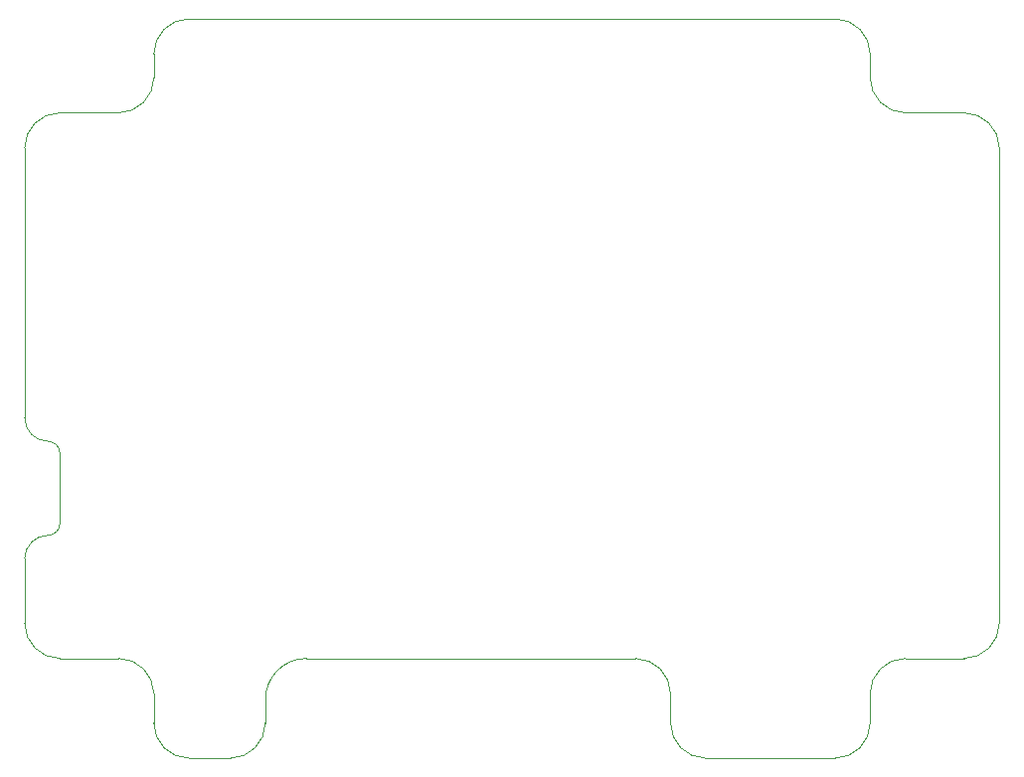
<source format=gbr>
%TF.GenerationSoftware,KiCad,Pcbnew,7.0.1-0*%
%TF.CreationDate,2023-04-24T13:37:36-07:00*%
%TF.ProjectId,project,70726f6a-6563-4742-9e6b-696361645f70,rev?*%
%TF.SameCoordinates,Original*%
%TF.FileFunction,Profile,NP*%
%FSLAX46Y46*%
G04 Gerber Fmt 4.6, Leading zero omitted, Abs format (unit mm)*
G04 Created by KiCad (PCBNEW 7.0.1-0) date 2023-04-24 13:37:36*
%MOMM*%
%LPD*%
G01*
G04 APERTURE LIST*
%TA.AperFunction,Profile*%
%ADD10C,0.050000*%
%TD*%
G04 APERTURE END LIST*
D10*
%TO.C,X1*%
X148000000Y-71000000D02*
X148000000Y-94000000D01*
X148000000Y-106000000D02*
X148000000Y-111500000D01*
X151000000Y-68000000D02*
X156000000Y-68000000D01*
X151000000Y-97000000D02*
X151000000Y-103000000D01*
X156000000Y-114500000D02*
X151000000Y-114500000D01*
X159000000Y-65000000D02*
X159000000Y-63000000D01*
X159000000Y-117500000D02*
X159000000Y-120000000D01*
X162000000Y-60000000D02*
X217000000Y-60000000D01*
X162000000Y-123000000D02*
X165500000Y-123000000D01*
X168500000Y-118000000D02*
X168500000Y-120000000D01*
X200000000Y-114500000D02*
X172000000Y-114500000D01*
X203000000Y-120000000D02*
X203000000Y-117500000D01*
X214000000Y-123000000D02*
X206000000Y-123000000D01*
X217000000Y-123000000D02*
X214000000Y-123000000D01*
X220000000Y-63000000D02*
X220000000Y-65000000D01*
X220000000Y-117500000D02*
X220000000Y-120000000D01*
X223000000Y-68000000D02*
X228000000Y-68000000D01*
X228000000Y-114500000D02*
X223000000Y-114500000D01*
X231000000Y-71000000D02*
X231000000Y-111500000D01*
X151000000Y-68000000D02*
G75*
G03*
X148000000Y-71000000I0J-3000000D01*
G01*
X150000000Y-104000000D02*
G75*
G03*
X148000000Y-106000000I-1J-1999999D01*
G01*
X148000000Y-94000000D02*
G75*
G03*
X150000000Y-96000000I2000000J0D01*
G01*
X151000000Y-97000000D02*
G75*
G03*
X150000000Y-96000000I-1000000J0D01*
G01*
X150000000Y-104000000D02*
G75*
G03*
X151000000Y-103000000I0J1000000D01*
G01*
X148000000Y-111500000D02*
G75*
G03*
X151000000Y-114500000I3000000J0D01*
G01*
X159000000Y-117500000D02*
G75*
G03*
X156000000Y-114500000I-3000000J0D01*
G01*
X162000000Y-60000000D02*
G75*
G03*
X159000000Y-63000000I0J-3000000D01*
G01*
X156000000Y-68000000D02*
G75*
G03*
X159000000Y-65000000I0J3000000D01*
G01*
X159000000Y-120000000D02*
G75*
G03*
X162000000Y-123000000I3000000J0D01*
G01*
X172000000Y-114500000D02*
G75*
G03*
X168500000Y-118000000I0J-3500000D01*
G01*
X165500000Y-123000000D02*
G75*
G03*
X168500000Y-120000000I0J3000000D01*
G01*
X203000000Y-117500000D02*
G75*
G03*
X200000000Y-114500000I-3000000J0D01*
G01*
X203000000Y-120000000D02*
G75*
G03*
X206000000Y-123000000I3000000J0D01*
G01*
X220000000Y-63000000D02*
G75*
G03*
X217000000Y-60000000I-3000000J0D01*
G01*
X223000000Y-114500000D02*
G75*
G03*
X220000000Y-117500000I0J-3000000D01*
G01*
X217000000Y-123000000D02*
G75*
G03*
X220000000Y-120000000I0J3000000D01*
G01*
X220000000Y-65000000D02*
G75*
G03*
X223000000Y-68000000I3000000J0D01*
G01*
X231000000Y-71000000D02*
G75*
G03*
X228000000Y-68000000I-3000000J0D01*
G01*
X228000000Y-114500000D02*
G75*
G03*
X231000000Y-111500000I0J3000000D01*
G01*
%TD*%
M02*

</source>
